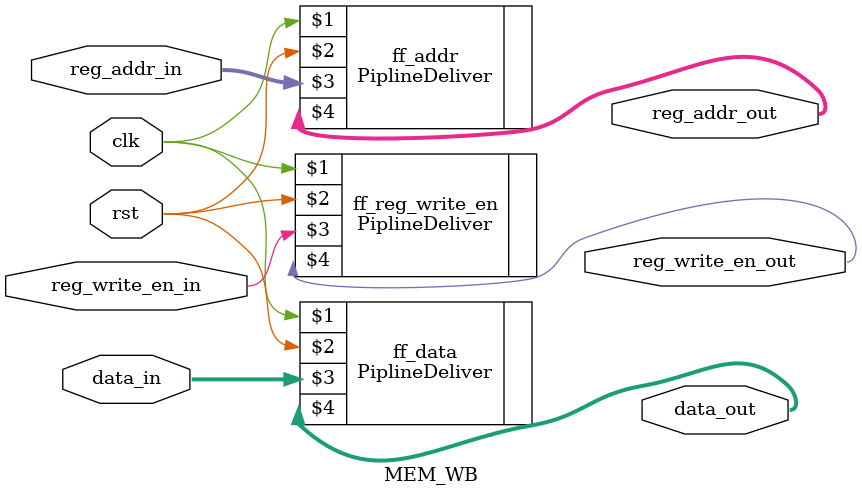
<source format=v>
`timescale 1ns / 1ps

module MEM_WB(
    input clk,
    input rst,
    input [31:0] data_in,
    input reg_write_en_in,
    input [4:0] reg_addr_in,
    output [31:0] data_out,
    output reg_write_en_out,
    output [4:0] reg_addr_out
    );
    PiplineDeliver#(32) ff_data(clk,rst,data_in,data_out);
    PiplineDeliver#(1) ff_reg_write_en(clk,rst,reg_write_en_in,reg_write_en_out);
    PiplineDeliver#(5) ff_addr(clk,rst,reg_addr_in,reg_addr_out);

endmodule

</source>
